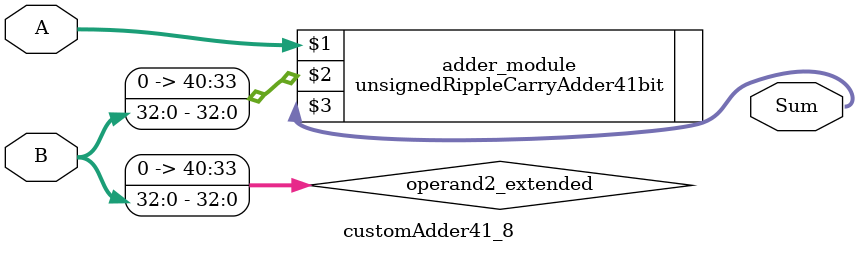
<source format=v>
module customAdder41_8(
                        input [40 : 0] A,
                        input [32 : 0] B,
                        
                        output [41 : 0] Sum
                );

        wire [40 : 0] operand2_extended;
        
        assign operand2_extended =  {8'b0, B};
        
        unsignedRippleCarryAdder41bit adder_module(
            A,
            operand2_extended,
            Sum
        );
        
        endmodule
        
</source>
